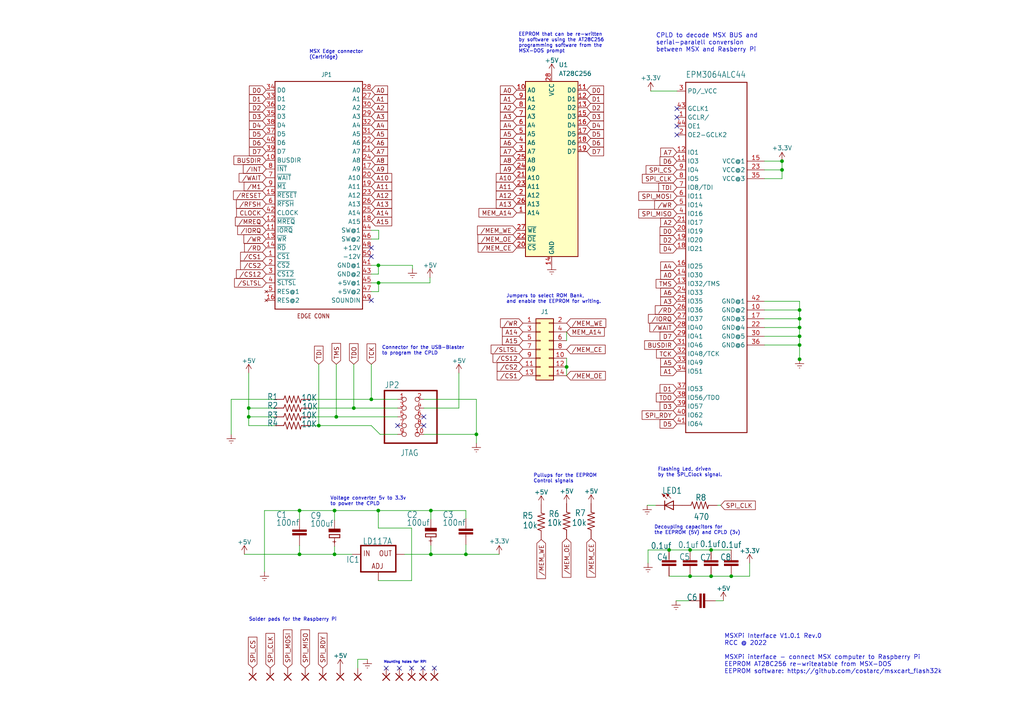
<source format=kicad_sch>
(kicad_sch (version 20211123) (generator eeschema)
  (paper "A4")
  (title_block (title "MSXPi") (date "2022-11-17") (rev "1.0.1") (company "RCC") (comment 1 "Interface to connect MSX computers to Raspberry Pi"))
  (lib_symbols
    (symbol "Connector_Generic:Conn_02x07_Odd_Even" (pin_names (offset 1.016) hide)
      (property "Reference" "J" (at 1.27 10.16 0))
      (property "Value" "Conn_02x07_Odd_Even" (at 1.27 -10.16 0))
      (symbol "Conn_02x07_Odd_Even_1_1"
        (pin passive line (at -5.08 7.62 0) (length 3.81) (name "Pin_1") (number "1"))
        (pin passive line (at 7.62 -2.54 180) (length 3.81) (name "Pin_10") (number "10"))
        (pin passive line (at -5.08 -5.08 0) (length 3.81) (name "Pin_11") (number "11"))
        (pin passive line (at 7.62 -5.08 180) (length 3.81) (name "Pin_12") (number "12"))
        (pin passive line (at -5.08 -7.62 0) (length 3.81) (name "Pin_13") (number "13"))
        (pin passive line (at 7.62 -7.62 180) (length 3.81) (name "Pin_14") (number "14"))
        (pin passive line (at 7.62 7.62 180) (length 3.81) (name "Pin_2") (number "2"))
        (pin passive line (at -5.08 5.08 0) (length 3.81) (name "Pin_3") (number "3"))
        (pin passive line (at 7.62 5.08 180) (length 3.81) (name "Pin_4") (number "4"))
        (pin passive line (at -5.08 2.54 0) (length 3.81) (name "Pin_5") (number "5"))
        (pin passive line (at 7.62 2.54 180) (length 3.81) (name "Pin_6") (number "6"))
        (pin passive line (at -5.08 0 0) (length 3.81) (name "Pin_7") (number "7"))
        (pin passive line (at 7.62 0 180) (length 3.81) (name "Pin_8") (number "8"))
        (pin passive line (at -5.08 -2.54 0) (length 3.81) (name "Pin_9") (number "9"))
      )
    )
    (symbol "Memory_EEPROM:28C256"
      (property "Reference" "U" (at -7.62 26.67 0))
      (property "Value" "28C256" (at 2.54 -26.67 0))
      (symbol "28C256_1_1"
        (pin input line (at -10.16 -12.7 0) (length 2.54) (name "A14") (number "1"))
        (pin input line (at -10.16 22.86 0) (length 2.54) (name "A0") (number "10"))
        (pin tri_state line (at 10.16 22.86 180) (length 2.54) (name "D0") (number "11"))
        (pin tri_state line (at 10.16 20.32 180) (length 2.54) (name "D1") (number "12"))
        (pin tri_state line (at 10.16 17.78 180) (length 2.54) (name "D2") (number "13"))
        (pin power_in line (at 0 -27.94 90) (length 2.54) (name "GND") (number "14"))
        (pin tri_state line (at 10.16 15.24 180) (length 2.54) (name "D3") (number "15"))
        (pin tri_state line (at 10.16 12.7 180) (length 2.54) (name "D4") (number "16"))
        (pin tri_state line (at 10.16 10.16 180) (length 2.54) (name "D5") (number "17"))
        (pin tri_state line (at 10.16 7.62 180) (length 2.54) (name "D6") (number "18"))
        (pin tri_state line (at 10.16 5.08 180) (length 2.54) (name "D7") (number "19"))
        (pin input line (at -10.16 -7.62 0) (length 2.54) (name "A12") (number "2"))
        (pin input line (at -10.16 -22.86 0) (length 2.54) (name "~{CS}") (number "20"))
        (pin input line (at -10.16 -2.54 0) (length 2.54) (name "A10") (number "21"))
        (pin input line (at -10.16 -20.32 0) (length 2.54) (name "~{OE}") (number "22"))
        (pin input line (at -10.16 -5.08 0) (length 2.54) (name "A11") (number "23"))
        (pin input line (at -10.16 0 0) (length 2.54) (name "A9") (number "24"))
        (pin input line (at -10.16 2.54 0) (length 2.54) (name "A8") (number "25"))
        (pin input line (at -10.16 -10.16 0) (length 2.54) (name "A13") (number "26"))
        (pin input line (at -10.16 -17.78 0) (length 2.54) (name "~{WE}") (number "27"))
        (pin power_in line (at 0 27.94 270) (length 2.54) (name "VCC") (number "28"))
        (pin input line (at -10.16 5.08 0) (length 2.54) (name "A7") (number "3"))
        (pin input line (at -10.16 7.62 0) (length 2.54) (name "A6") (number "4"))
        (pin input line (at -10.16 10.16 0) (length 2.54) (name "A5") (number "5"))
        (pin input line (at -10.16 12.7 0) (length 2.54) (name "A4") (number "6"))
        (pin input line (at -10.16 15.24 0) (length 2.54) (name "A3") (number "7"))
        (pin input line (at -10.16 17.78 0) (length 2.54) (name "A2") (number "8"))
        (pin input line (at -10.16 20.32 0) (length 2.54) (name "A1") (number "9"))
      )
    )
    (symbol "msxpi-eagle-import:2,15{slash}1,0"
      (property "Reference" "PAD" (at -1.143 1.8542 0))
      (property "Value" "2,15{slash}1,0" (at -1.143 -3.302 0))
      (symbol "2,15{slash}1,0_1_0"
        (pin passive line (at 2.54 0 180) (length 2.54) (name "P") (number "1"))
      )
    )
    (symbol "msxpi-eagle-import:C2,5-3"
      (property "Reference" "C" (at 1.524 0.381 0))
      (property "Value" "C2,5-3" (at 1.524 -4.699 0))
      (symbol "C2,5-3_1_0"
        (pin passive line (at 0 2.54 270) (length 2.54) (name "1") (number "1"))
        (pin passive line (at 0 -5.08 90) (length 2.54) (name "2") (number "2"))
      )
    )
    (symbol "msxpi-eagle-import:CPOL-EUE2.5-5"
      (property "Reference" "C" (at 1.143 0.4826 0))
      (property "Value" "CPOL-EUE2.5-5" (at 1.143 -4.5974 0))
      (symbol "CPOL-EUE2.5-5_1_0"
        (text "+" (at -0.5842 0.4064 900) (effects (font (size 1.27 1.0795)) (justify left bottom)))
        (pin passive line (at 0 2.54 270) (length 2.54) (name "+") (number "+"))
        (pin passive line (at 0 -5.08 90) (length 2.54) (name "-") (number "-"))
      )
    )
    (symbol "msxpi-eagle-import:EPM3064S44"
      (property "Reference" "IC" (at -10.16 52.07 0))
      (property "Value" "EPM3064S44" (at -10.16 -53.34 0))
      (symbol "EPM3064S44_1_0"
        (pin input line (at -12.7 40.64 0) (length 2.54) (name "GCLR/") (number "1"))
        (pin bidirectional line (at 12.7 -15.24 180) (length 5.08) (name "GND@2") (number "10"))
        (pin bidirectional line (at -12.7 27.94 0) (length 2.54) (name "IO3") (number "11"))
        (pin bidirectional line (at -12.7 30.48 0) (length 2.54) (name "IO1") (number "12"))
        (pin bidirectional line (at -12.7 -7.62 0) (length 2.54) (name "IO32/TMS") (number "13"))
        (pin bidirectional line (at -12.7 -5.08 0) (length 2.54) (name "IO30") (number "14"))
        (pin bidirectional line (at 12.7 27.94 180) (length 5.08) (name "VCC@1") (number "15"))
        (pin bidirectional line (at -12.7 -2.54 0) (length 2.54) (name "IO25") (number "16"))
        (pin bidirectional line (at 12.7 -17.78 180) (length 5.08) (name "GND@3") (number "17"))
        (pin bidirectional line (at -12.7 2.54 0) (length 2.54) (name "IO21") (number "18"))
        (pin bidirectional line (at -12.7 5.08 0) (length 2.54) (name "IO20") (number "19"))
        (pin input line (at -12.7 35.56 0) (length 2.54) (name "OE2-GCLK2") (number "2"))
        (pin bidirectional line (at -12.7 7.62 0) (length 2.54) (name "IO19") (number "20"))
        (pin bidirectional line (at -12.7 10.16 0) (length 2.54) (name "IO17") (number "21"))
        (pin bidirectional line (at 12.7 -20.32 180) (length 5.08) (name "GND@4") (number "22"))
        (pin bidirectional line (at 12.7 25.4 180) (length 5.08) (name "VCC@2") (number "23"))
        (pin bidirectional line (at -12.7 -10.16 0) (length 2.54) (name "IO33") (number "24"))
        (pin bidirectional line (at -12.7 -12.7 0) (length 2.54) (name "IO35") (number "25"))
        (pin bidirectional line (at -12.7 -15.24 0) (length 2.54) (name "IO36") (number "26"))
        (pin bidirectional line (at -12.7 -17.78 0) (length 2.54) (name "IO37") (number "27"))
        (pin bidirectional line (at -12.7 -20.32 0) (length 2.54) (name "IO40") (number "28"))
        (pin bidirectional line (at -12.7 -22.86 0) (length 2.54) (name "IO41") (number "29"))
        (pin passive line (at -12.7 48.26 0) (length 2.54) (name "PD/_VCC") (number "3"))
        (pin bidirectional line (at 12.7 -22.86 180) (length 5.08) (name "GND@5") (number "30"))
        (pin bidirectional line (at -12.7 -25.4 0) (length 2.54) (name "IO46") (number "31"))
        (pin bidirectional line (at -12.7 -27.94 0) (length 2.54) (name "IO48/TCK") (number "32"))
        (pin bidirectional line (at -12.7 -30.48 0) (length 2.54) (name "IO49") (number "33"))
        (pin bidirectional line (at -12.7 -33.02 0) (length 2.54) (name "IO51") (number "34"))
        (pin bidirectional line (at 12.7 22.86 180) (length 5.08) (name "VCC@3") (number "35"))
        (pin bidirectional line (at 12.7 -25.4 180) (length 5.08) (name "GND@6") (number "36"))
        (pin bidirectional line (at -12.7 -38.1 0) (length 2.54) (name "IO53") (number "37"))
        (pin bidirectional line (at -12.7 -40.64 0) (length 2.54) (name "IO56/TDO") (number "38"))
        (pin bidirectional line (at -12.7 -43.18 0) (length 2.54) (name "IO57") (number "39"))
        (pin bidirectional line (at -12.7 12.7 0) (length 2.54) (name "IO16") (number "4"))
        (pin bidirectional line (at -12.7 -45.72 0) (length 2.54) (name "IO62") (number "40"))
        (pin bidirectional line (at -12.7 -48.26 0) (length 2.54) (name "IO64") (number "41"))
        (pin bidirectional line (at 12.7 -12.7 180) (length 5.08) (name "GND@1") (number "42"))
        (pin input line (at -12.7 43.18 0) (length 2.54) (name "GCLK1") (number "43"))
        (pin input line (at -12.7 38.1 0) (length 2.54) (name "OE1") (number "44"))
        (pin bidirectional line (at -12.7 15.24 0) (length 2.54) (name "IO14") (number "5"))
        (pin bidirectional line (at -12.7 17.78 0) (length 2.54) (name "IO11") (number "6"))
        (pin bidirectional line (at -12.7 20.32 0) (length 2.54) (name "IO8/TDI") (number "7"))
        (pin bidirectional line (at -12.7 22.86 0) (length 2.54) (name "IO5") (number "8"))
        (pin bidirectional line (at -12.7 25.4 0) (length 2.54) (name "IO4") (number "9"))
      )
    )
    (symbol "msxpi-eagle-import:LD117A?V"
      (property "Reference" "IC" (at 2.54 -7.62 0))
      (property "Value" "LD117A?V" (at 2.54 -10.16 0))
      (symbol "LD117A?V_1_0"
        (text "ADJ" (at -2.032 -4.318 0) (effects (font (size 1.524 1.2954)) (justify left bottom)))
        (text "IN" (at -4.445 -0.635 0) (effects (font (size 1.524 1.2954)) (justify left bottom)))
        (text "OUT" (at 0.127 -0.635 0) (effects (font (size 1.524 1.2954)) (justify left bottom)))
        (pin input line (at 0 -7.62 90) (length 2.54) (name "ADJ") (number "1"))
        (pin passive line (at 7.62 0 180) (length 2.54) (name "OUT") (number "2"))
        (pin input line (at -7.62 0 0) (length 2.54) (name "IN") (number "3"))
      )
    )
    (symbol "msxpi-eagle-import:LED3MM"
      (property "Reference" "LED" (at 3.556 -4.572 90))
      (property "Value" "LED3MM" (at 5.715 -4.572 90))
      (symbol "LED3MM_1_0"
        (pin passive line (at 0 2.54 270) (length 2.54) (name "A") (number "A"))
        (pin passive line (at 0 -5.08 90) (length 2.54) (name "C") (number "K"))
      )
    )
    (symbol "msxpi-eagle-import:MSXCART1"
      (property "Reference" "JP" (at -3.81 34.29 0))
      (symbol "MSXCART1_1_0"
        (text "EDGE CONN" (at 6.35 -34.29 0) (effects (font (size 1.27 1.0795)) (justify right top)))
        (pin output line (at 15.24 -17.78 180) (length 2.54) (name "~{CS1}") (number "1"))
        (pin input line (at 15.24 10.16 180) (length 2.54) (name "BUSDIR") (number "10"))
        (pin output line (at 15.24 -10.16 180) (length 2.54) (name "~{IORQ}") (number "11"))
        (pin output line (at 15.24 -7.62 180) (length 2.54) (name "~{MREQ}") (number "12"))
        (pin output line (at 15.24 -12.7 180) (length 2.54) (name "~{WR}") (number "13"))
        (pin output line (at 15.24 -15.24 180) (length 2.54) (name "~{RD}") (number "14"))
        (pin output line (at 15.24 0 180) (length 2.54) (name "~{RESET}") (number "15"))
        (pin no_connect line (at 15.24 -30.48 180) (length 2.54) (name "RES@2") (number "16"))
        (pin output line (at -15.24 7.62 0) (length 2.54) (name "A9") (number "17"))
        (pin output line (at -15.24 -7.62 0) (length 2.54) (name "A15") (number "18"))
        (pin output line (at -15.24 2.54 0) (length 2.54) (name "A11") (number "19"))
        (pin output line (at 15.24 -20.32 180) (length 2.54) (name "~{CS2}") (number "2"))
        (pin output line (at -15.24 5.08 0) (length 2.54) (name "A10") (number "20"))
        (pin output line (at -15.24 12.7 0) (length 2.54) (name "A7") (number "21"))
        (pin output line (at -15.24 15.24 0) (length 2.54) (name "A6") (number "22"))
        (pin output line (at -15.24 0 0) (length 2.54) (name "A12") (number "23"))
        (pin output line (at -15.24 10.16 0) (length 2.54) (name "A8") (number "24"))
        (pin output line (at -15.24 -5.08 0) (length 2.54) (name "A14") (number "25"))
        (pin output line (at -15.24 -2.54 0) (length 2.54) (name "A13") (number "26"))
        (pin output line (at -15.24 27.94 0) (length 2.54) (name "A1") (number "27"))
        (pin output line (at -15.24 30.48 0) (length 2.54) (name "A0") (number "28"))
        (pin output line (at -15.24 22.86 0) (length 2.54) (name "A3") (number "29"))
        (pin output line (at 15.24 -22.86 180) (length 2.54) (name "~{CS12}") (number "3"))
        (pin output line (at -15.24 25.4 0) (length 2.54) (name "A2") (number "30"))
        (pin output line (at -15.24 17.78 0) (length 2.54) (name "A5") (number "31"))
        (pin output line (at -15.24 20.32 0) (length 2.54) (name "A4") (number "32"))
        (pin bidirectional line (at 15.24 27.94 180) (length 2.54) (name "D1") (number "33"))
        (pin bidirectional line (at 15.24 30.48 180) (length 2.54) (name "D0") (number "34"))
        (pin bidirectional line (at 15.24 22.86 180) (length 2.54) (name "D3") (number "35"))
        (pin bidirectional line (at 15.24 25.4 180) (length 2.54) (name "D2") (number "36"))
        (pin bidirectional line (at 15.24 17.78 180) (length 2.54) (name "D5") (number "37"))
        (pin bidirectional line (at 15.24 20.32 180) (length 2.54) (name "D4") (number "38"))
        (pin bidirectional line (at 15.24 12.7 180) (length 2.54) (name "D7") (number "39"))
        (pin output line (at 15.24 -25.4 180) (length 2.54) (name "~{SLTSL}") (number "4"))
        (pin bidirectional line (at 15.24 15.24 180) (length 2.54) (name "D6") (number "40"))
        (pin power_in line (at -15.24 -20.32 0) (length 2.54) (name "GND@1") (number "41"))
        (pin output line (at 15.24 -5.08 180) (length 2.54) (name "CLOCK") (number "42"))
        (pin power_in line (at -15.24 -22.86 0) (length 2.54) (name "GND@2") (number "43"))
        (pin passive line (at -15.24 -10.16 0) (length 2.54) (name "SW@1") (number "44"))
        (pin power_in line (at -15.24 -25.4 0) (length 2.54) (name "+5V@1") (number "45"))
        (pin passive line (at -15.24 -12.7 0) (length 2.54) (name "SW@2") (number "46"))
        (pin power_in line (at -15.24 -27.94 0) (length 2.54) (name "+5V@2") (number "47"))
        (pin power_in line (at -15.24 -15.24 0) (length 2.54) (name "+12V") (number "48"))
        (pin passive line (at -15.24 -30.48 0) (length 2.54) (name "SOUNDIN") (number "49"))
        (pin no_connect line (at 15.24 -27.94 180) (length 2.54) (name "RES@1") (number "5"))
        (pin power_in line (at -15.24 -17.78 0) (length 2.54) (name "-12V") (number "50"))
        (pin output line (at 15.24 -2.54 180) (length 2.54) (name "~{RFSH}") (number "6"))
        (pin open_collector line (at 15.24 5.08 180) (length 2.54) (name "~{WAIT}") (number "7"))
        (pin open_collector line (at 15.24 7.62 180) (length 2.54) (name "~{INT}") (number "8"))
        (pin output line (at 15.24 2.54 180) (length 2.54) (name "~{M1}") (number "9"))
      )
    )
    (symbol "msxpi-eagle-import:PINHD-2X5{slash}90"
      (property "Reference" "JP" (at -6.35 8.255 0))
      (property "Value" "PINHD-2X5{slash}90" (at -6.35 -10.16 0))
      (symbol "PINHD-2X5{slash}90_1_0"
        (pin passive inverted (at -2.54 5.08 0) (length 2.54) (name "1") (number "1"))
        (pin passive inverted (at 5.08 -5.08 180) (length 2.54) (name "10") (number "10"))
        (pin passive inverted (at 5.08 5.08 180) (length 2.54) (name "2") (number "2"))
        (pin passive inverted (at -2.54 2.54 0) (length 2.54) (name "3") (number "3"))
        (pin passive inverted (at 5.08 2.54 180) (length 2.54) (name "4") (number "4"))
        (pin passive inverted (at -2.54 0 0) (length 2.54) (name "5") (number "5"))
        (pin passive inverted (at 5.08 0 180) (length 2.54) (name "6") (number "6"))
        (pin passive inverted (at -2.54 -2.54 0) (length 2.54) (name "7") (number "7"))
        (pin passive inverted (at 5.08 -2.54 180) (length 2.54) (name "8") (number "8"))
        (pin passive inverted (at -2.54 -5.08 0) (length 2.54) (name "9") (number "9"))
      )
    )
    (symbol "msxpi-eagle-import:R-US_0207{slash}7"
      (property "Reference" "R" (at -3.81 1.4986 0))
      (property "Value" "R-US_0207{slash}7" (at -3.81 -3.302 0))
      (symbol "R-US_0207{slash}7_1_0"
        (pin passive line (at -5.08 0 0) (length 2.54) (name "1") (number "1"))
        (pin passive line (at 5.08 0 180) (length 2.54) (name "2") (number "2"))
      )
    )
    (symbol "power:+3.3V" (power) (pin_names (offset 0))
      (property "Value" "+3.3V" (at 0 3.556 0))
      (symbol "+3.3V_1_1"
        (pin power_in line (at 0 0 90) (length 0) hide (name "+3.3V") (number "1"))
      )
    )
    (symbol "power:+5V" (power) (pin_names (offset 0))
      (property "Value" "+5V" (at 0 3.556 0))
      (symbol "+5V_1_1"
        (pin power_in line (at 0 0 90) (length 0) hide (name "+5V") (number "1"))
      )
    )
    (symbol "power:GNDREF" (power) (pin_names (offset 0))
      (property "Value" "GNDREF" (at 0 -3.81 0))
      (symbol "GNDREF_1_1"
        (pin power_in line (at 0 0 270) (length 0) hide (name "GNDREF") (number "1"))
      )
    )
  )
  (junction (at 109.7969 82.042))
  (junction (at 109.7518 76.962))
  (junction (at 92.456 123.444))
  (junction (at 231.902 97.536))
  (junction (at 206.248 159.512))
  (junction (at 231.9019 104.1982))
  (junction (at 164.338 106.426))
  (junction (at 97.028 160.782))
  (junction (at 135.128 160.782))
  (junction (at 97.536 120.904))
  (junction (at 226.822 49.276))
  (junction (at 124.968 148.082))
  (junction (at 200.152 159.512))
  (junction (at 86.868 160.782))
  (junction (at 226.8081 46.736))
  (junction (at 231.902 89.916))
  (junction (at 200.152 167.132))
  (junction (at 231.902 92.456))
  (junction (at 138.176 125.984))
  (junction (at 72.136 118.364))
  (junction (at 72.136 120.904))
  (junction (at 194.056 159.512))
  (junction (at 107.696 115.824))
  (junction (at 102.616 118.364))
  (junction (at 206.248 167.132))
  (junction (at 231.902 94.996))
  (junction (at 124.968 160.782))
  (junction (at 86.868 148.082))
  (junction (at 109.728 148.082))
  (junction (at 231.902 100.076))
  (junction (at 212.09 167.132))
  (junction (at 97.028 148.082))
  (no_connect (at 196.342 39.116))
  (no_connect (at 196.342 36.576))
  (no_connect (at 196.342 34.036))
  (no_connect (at 196.342 31.496))
  (no_connect (at 112.014 193.802))
  (no_connect (at 107.696 87.122))
  (no_connect (at 107.696 74.422))
  (no_connect (at 107.696 71.882))
  (no_connect (at 122.936 120.904))
  (no_connect (at 122.936 123.444))
  (no_connect (at 115.316 123.444))
  (no_connect (at 119.38 193.802))
  (no_connect (at 122.682 193.802))
  (no_connect (at 115.824 193.802))
  (no_connect (at 125.984 193.802))
  (wire (pts (xy 109.7969 82.042) (xy 124.714 82.042)))
  (wire (pts (xy 76.708 148.082) (xy 76.708 165.862)))
  (wire (pts (xy 72.136 123.444) (xy 72.136 120.904)))
  (wire (pts (xy 119.38 168.402) (xy 109.728 168.402)))
  (wire (pts (xy 122.936 125.984) (xy 138.176 125.984)))
  (wire (pts (xy 231.902 100.076) (xy 231.902 104.1982)))
  (wire (pts (xy 124.968 150.622) (xy 124.968 148.082)))
  (wire (pts (xy 79.756 120.904) (xy 72.136 120.904)))
  (wire (pts (xy 221.742 89.916) (xy 231.902 89.916)))
  (wire (pts (xy 122.936 118.364) (xy 133.096 118.364)))
  (wire (pts (xy 107.696 123.444) (xy 92.456 123.444)))
  (wire (pts (xy 109.728 148.082) (xy 109.728 153.162)))
  (wire (pts (xy 124.968 160.782) (xy 135.128 160.782)))
  (wire (pts (xy 107.696 79.502) (xy 109.7518 79.502)))
  (wire (pts (xy 103.7649 193.7523) (xy 103.7649 191.2123)))
  (wire (pts (xy 200.152 167.132) (xy 206.248 167.132)))
  (wire (pts (xy 221.742 100.076) (xy 231.902 100.076)))
  (wire (pts (xy 190.246 146.558) (xy 187.706 146.558)))
  (wire (pts (xy 97.028 158.496) (xy 97.028 160.782)))
  (wire (pts (xy 86.868 150.622) (xy 86.868 148.082)))
  (wire (pts (xy 221.742 94.996) (xy 231.902 94.996)))
  (wire (pts (xy 107.696 115.824) (xy 89.916 115.824)))
  (wire (pts (xy 97.536 120.904) (xy 97.536 105.664)))
  (wire (pts (xy 138.176 115.824) (xy 138.176 125.984)))
  (wire (pts (xy 206.248 167.132) (xy 212.09 167.132)))
  (wire (pts (xy 72.136 120.904) (xy 72.136 118.364)))
  (wire (pts (xy 86.868 158.242) (xy 86.868 160.782)))
  (wire (pts (xy 164.338 96.266) (xy 164.338 98.806)))
  (wire (pts (xy 92.456 123.444) (xy 89.916 123.444)))
  (wire (pts (xy 79.756 118.364) (xy 72.136 118.364)))
  (wire (pts (xy 135.128 150.368) (xy 135.128 148.082)))
  (wire (pts (xy 124.714 82.042) (xy 124.714 80.518)))
  (wire (pts (xy 97.536 120.904) (xy 89.916 120.904)))
  (wire (pts (xy 109.7518 76.962) (xy 119.634 76.962)))
  (wire (pts (xy 138.176 125.984) (xy 138.176 128.524)))
  (wire (pts (xy 231.902 87.376) (xy 231.902 89.916)))
  (wire (pts (xy 102.616 118.364) (xy 89.916 118.364)))
  (wire (pts (xy 133.096 118.364) (xy 133.096 108.204)))
  (wire (pts (xy 67.056 115.824) (xy 67.056 125.984)))
  (wire (pts (xy 119.634 76.962) (xy 119.634 77.978)))
  (wire (pts (xy 117.348 160.782) (xy 124.968 160.782)))
  (wire (pts (xy 206.248 159.512) (xy 212.09 159.512)))
  (wire (pts (xy 79.756 123.444) (xy 72.136 123.444)))
  (wire (pts (xy 135.128 157.988) (xy 135.128 160.782)))
  (wire (pts (xy 109.7969 84.582) (xy 109.7969 82.042)))
  (wire (pts (xy 102.616 118.364) (xy 102.616 105.664)))
  (wire (pts (xy 107.696 115.824) (xy 107.696 105.664)))
  (wire (pts (xy 187.96 163.322) (xy 187.96 159.512)))
  (wire (pts (xy 135.128 160.782) (xy 144.78 160.782)))
  (wire (pts (xy 196.342 26.416) (xy 188.722 26.416)))
  (wire (pts (xy 107.696 76.962) (xy 109.7518 76.962)))
  (wire (pts (xy 86.868 160.782) (xy 97.028 160.782)))
  (wire (pts (xy 107.696 84.582) (xy 109.7969 84.582)))
  (wire (pts (xy 97.028 160.782) (xy 102.108 160.782)))
  (wire (pts (xy 115.316 120.904) (xy 97.536 120.904)))
  (wire (pts (xy 221.742 49.276) (xy 226.822 49.276)))
  (wire (pts (xy 119.38 153.162) (xy 119.38 168.402)))
  (wire (pts (xy 217.424 167.132) (xy 217.424 163.322)))
  (wire (pts (xy 200.152 159.512) (xy 206.248 159.512)))
  (wire (pts (xy 109.8424 66.802) (xy 109.8424 69.342)))
  (wire (pts (xy 124.968 148.082) (xy 109.728 148.082)))
  (wire (pts (xy 97.028 150.876) (xy 97.028 148.082)))
  (wire (pts (xy 212.09 167.132) (xy 217.424 167.132)))
  (wire (pts (xy 109.7518 79.502) (xy 109.7518 76.962)))
  (wire (pts (xy 115.316 125.984) (xy 110.236 125.984)))
  (wire (pts (xy 92.456 123.444) (xy 92.456 105.664)))
  (wire (pts (xy 226.8081 46.736) (xy 221.742 46.736)))
  (wire (pts (xy 107.696 66.802) (xy 109.8424 66.802)))
  (wire (pts (xy 107.696 82.042) (xy 109.7969 82.042)))
  (wire (pts (xy 124.968 158.242) (xy 124.968 160.782)))
  (wire (pts (xy 109.728 153.162) (xy 119.38 153.162)))
  (wire (pts (xy 164.338 106.426) (xy 164.338 108.966)))
  (wire (pts (xy 226.822 46.736) (xy 226.8081 46.736)))
  (wire (pts (xy 208.026 146.558) (xy 209.042 146.558)))
  (wire (pts (xy 122.936 115.824) (xy 138.176 115.824)))
  (wire (pts (xy 231.902 97.536) (xy 231.902 100.076)))
  (wire (pts (xy 70.866 160.782) (xy 86.868 160.782)))
  (wire (pts (xy 115.316 115.824) (xy 107.696 115.824)))
  (wire (pts (xy 164.338 103.886) (xy 164.338 106.426)))
  (wire (pts (xy 226.822 51.816) (xy 226.822 49.276)))
  (wire (pts (xy 72.136 118.364) (xy 72.136 108.204)))
  (wire (pts (xy 86.868 148.082) (xy 97.028 148.082)))
  (wire (pts (xy 221.742 97.536) (xy 231.902 97.536)))
  (wire (pts (xy 97.028 148.082) (xy 109.728 148.082)))
  (wire (pts (xy 221.742 87.376) (xy 231.902 87.376)))
  (wire (pts (xy 221.742 92.456) (xy 231.902 92.456)))
  (wire (pts (xy 109.8424 69.342) (xy 107.696 69.342)))
  (wire (pts (xy 231.902 94.996) (xy 231.902 97.536)))
  (wire (pts (xy 207.518 174.244) (xy 209.804 174.244)))
  (wire (pts (xy 196.088 174.244) (xy 199.898 174.244)))
  (wire (pts (xy 231.902 92.456) (xy 231.902 94.996)))
  (wire (pts (xy 231.902 104.1982) (xy 231.9019 104.1982)))
  (wire (pts (xy 221.742 51.816) (xy 226.822 51.816)))
  (wire (pts (xy 135.128 148.082) (xy 124.968 148.082)))
  (wire (pts (xy 194.056 167.132) (xy 200.152 167.132)))
  (wire (pts (xy 79.756 115.824) (xy 67.056 115.824)))
  (wire (pts (xy 226.822 49.276) (xy 226.822 46.736)))
  (wire (pts (xy 110.236 125.984) (xy 107.696 123.444)))
  (wire (pts (xy 86.868 148.082) (xy 76.708 148.082)))
  (wire (pts (xy 103.7649 191.2123) (xy 106.5589 191.2123)))
  (wire (pts (xy 115.316 118.364) (xy 102.616 118.364)))
  (wire (pts (xy 187.96 159.512) (xy 194.056 159.512)))
  (wire (pts (xy 231.902 89.916) (xy 231.902 92.456)))
  (wire (pts (xy 194.056 159.512) (xy 200.152 159.512)))
  (text "Decoupling capacitors for\nthe EEPROM (5V) and CPLD (3v)" (at 189.738 155.194 0) (effects (font (size 1 1)) (justify left bottom)))
  (text "Flashing Led, driven \nby the SPI_Clock signal." (at 190.754 138.43 0) (effects (font (size 1 1)) (justify left bottom)))
  (text "Jumpers to select ROM Bank,\nand enable the EEPROM for writing." (at 146.812 88.138 0) (effects (font (size 1 1)) (justify left bottom)))
  (text "EEPROM that can be re-written \nby software using the AT28C256 \nprogramming software from the \nMSX-DOS prompt" (at 150.368 15.494 0) (effects (font (size 1 1)) (justify left bottom)))
  (text "Pullups for the EEPROM\nControl signals" (at 154.686 140.208 0) (effects (font (size 1 1)) (justify left bottom)))
  (text "Solder pads for the Raspberry Pi" (at 72.136 180.34 0) (effects (font (size 1 1)) (justify left bottom)))
  (text "MSXPi Interface V1.0.1 Rev.0\nRCC @ 2022\n\nMSXPi interface - connect MSX computer to Raspberry Pi\nEEPROM AT28C256 re-writeatable from MSX-DOS\nEEPROM software: https://github.com/costarc/msxcart_flash32k\n\n" (at 210.058 197.612 0) (effects (font (size 1.27 1.27)) (justify left bottom)))
  (text "MSX Edge connector\n(Cartridge)" (at 89.662 17.272 0) (effects (font (size 1 1)) (justify left bottom)))
  (text "Connector for the USB-Blaster\nto program the CPLD" (at 110.744 103.124 0) (effects (font (size 1 1)) (justify left bottom)))
  (text "Voltage converter 5v to 3.3v\nto power the CPLD" (at 95.758 146.812 0) (effects (font (size 1 1)) (justify left bottom)))
  (text "Mounting holes for RPI" (at 111.252 192.532 0) (effects (font (size 0.7 0.7)) (justify left bottom)))
  (text "CPLD to decode MSX BUS and\nserial-paralell conversion\nbetween MSX and Rasberry Pi" (at 190.246 15.24 0) (effects (font (size 1.27 1.27)) (justify left bottom)))
  (global_label "SPI_CS" (shape input) (at 196.342 49.276 180) (property "Intersheet References" "${INTERSHEET_REFS}" (effects hide)))
  (global_label "TMS" (shape input) (at 196.342 82.296 180) (property "Intersheet References" "${INTERSHEET_REFS}" (effects hide)))
  (global_label "A11" (shape input) (at 107.696 54.102 0) (property "Intersheet References" "${INTERSHEET_REFS}" (effects hide)))
  (global_label "D6" (shape input) (at 196.342 46.736 180) (property "Intersheet References" "${INTERSHEET_REFS}" (effects hide)))
  (global_label "{slash}RD" (shape input) (at 196.342 89.916 180) (property "Intersheet References" "${INTERSHEET_REFS}" (effects hide)))
  (global_label "A6" (shape input) (at 107.696 41.402 0) (property "Intersheet References" "${INTERSHEET_REFS}" (effects hide)))
  (global_label "D5" (shape input) (at 170.18 38.862 0) (property "Intersheet References" "${INTERSHEET_REFS}" (effects hide)))
  (global_label "D4" (shape input) (at 170.18 36.322 0) (property "Intersheet References" "${INTERSHEET_REFS}" (effects hide)))
  (global_label "{slash}CS1" (shape input) (at 77.216 74.422 180) (property "Intersheet References" "${INTERSHEET_REFS}" (effects hide)))
  (global_label "A0" (shape input) (at 196.342 79.756 180) (property "Intersheet References" "${INTERSHEET_REFS}" (effects hide)))
  (global_label "A2" (shape input) (at 196.342 64.516 180) (property "Intersheet References" "${INTERSHEET_REFS}" (effects hide)))
  (global_label "A8" (shape input) (at 149.86 46.482 180) (property "Intersheet References" "${INTERSHEET_REFS}" (effects hide)))
  (global_label "{slash}WR" (shape input) (at 196.342 59.436 180) (property "Intersheet References" "${INTERSHEET_REFS}" (effects hide)))
  (global_label "D3" (shape input) (at 77.216 33.782 180) (property "Intersheet References" "${INTERSHEET_REFS}" (effects hide)))
  (global_label "A7" (shape input) (at 149.86 43.942 180) (property "Intersheet References" "${INTERSHEET_REFS}" (effects hide)))
  (global_label "D3" (shape input) (at 196.342 117.856 180) (property "Intersheet References" "${INTERSHEET_REFS}" (effects hide)))
  (global_label "D1" (shape input) (at 77.216 28.702 180) (property "Intersheet References" "${INTERSHEET_REFS}" (effects hide)))
  (global_label "SPI_MISO" (shape input) (at 196.342 61.976 180) (property "Intersheet References" "${INTERSHEET_REFS}" (effects hide)))
  (global_label "TDO" (shape input) (at 102.616 105.664 90) (property "Intersheet References" "${INTERSHEET_REFS}" (effects hide)))
  (global_label "SPI_CS" (shape input) (at 73.2849 193.7523 90) (property "Intersheet References" "${INTERSHEET_REFS}" (effects hide)))
  (global_label "D2" (shape input) (at 196.342 69.596 180) (property "Intersheet References" "${INTERSHEET_REFS}" (effects hide)))
  (global_label "A10" (shape input) (at 107.696 51.562 0) (property "Intersheet References" "${INTERSHEET_REFS}" (effects hide)))
  (global_label "{slash}RD" (shape input) (at 77.216 71.882 180) (property "Intersheet References" "${INTERSHEET_REFS}" (effects hide)))
  (global_label "{slash}MEM_OE" (shape input) (at 164.338 108.966 0) (property "Intersheet References" "${INTERSHEET_REFS}" (effects hide)))
  (global_label "A14" (shape input) (at 107.696 61.722 0) (property "Intersheet References" "${INTERSHEET_REFS}" (effects hide)))
  (global_label "{slash}WR" (shape input) (at 77.216 69.342 180) (property "Intersheet References" "${INTERSHEET_REFS}" (effects hide)))
  (global_label "A9" (shape input) (at 107.696 49.022 0) (property "Intersheet References" "${INTERSHEET_REFS}" (effects hide)))
  (global_label "D4" (shape input) (at 196.342 72.136 180) (property "Intersheet References" "${INTERSHEET_REFS}" (effects hide)))
  (global_label "A0" (shape input) (at 149.86 26.162 180) (property "Intersheet References" "${INTERSHEET_REFS}" (effects hide)))
  (global_label "A12" (shape input) (at 107.696 56.642 0) (property "Intersheet References" "${INTERSHEET_REFS}" (effects hide)))
  (global_label "{slash}RESET" (shape input) (at 77.216 56.642 180) (property "Intersheet References" "${INTERSHEET_REFS}" (effects hide)))
  (global_label "D7" (shape input) (at 170.18 43.942 0) (property "Intersheet References" "${INTERSHEET_REFS}" (effects hide)))
  (global_label "A1" (shape input) (at 149.86 28.702 180) (property "Intersheet References" "${INTERSHEET_REFS}" (effects hide)))
  (global_label "TDI" (shape input) (at 196.342 54.356 180) (property "Intersheet References" "${INTERSHEET_REFS}" (effects hide)))
  (global_label "D3" (shape input) (at 170.18 33.782 0) (property "Intersheet References" "${INTERSHEET_REFS}" (effects hide)))
  (global_label "SPI_CLK" (shape input) (at 78.3649 193.7523 90) (property "Intersheet References" "${INTERSHEET_REFS}" (effects hide)))
  (global_label "{slash}CS2" (shape input) (at 77.216 76.962 180) (property "Intersheet References" "${INTERSHEET_REFS}" (effects hide)))
  (global_label "A7" (shape input) (at 196.342 44.196 180) (property "Intersheet References" "${INTERSHEET_REFS}" (effects hide)))
  (global_label "TDI" (shape input) (at 92.456 105.664 90) (property "Intersheet References" "${INTERSHEET_REFS}" (effects hide)))
  (global_label "A3" (shape input) (at 149.86 33.782 180) (property "Intersheet References" "${INTERSHEET_REFS}" (effects hide)))
  (global_label "A8" (shape input) (at 107.696 46.482 0) (property "Intersheet References" "${INTERSHEET_REFS}" (effects hide)))
  (global_label "A0" (shape input) (at 107.696 26.162 0) (property "Intersheet References" "${INTERSHEET_REFS}" (effects hide)))
  (global_label "TCK" (shape input) (at 196.342 102.616 180) (property "Intersheet References" "${INTERSHEET_REFS}" (effects hide)))
  (global_label "{slash}WAIT" (shape input) (at 196.342 94.996 180) (property "Intersheet References" "${INTERSHEET_REFS}" (effects hide)))
  (global_label "D7" (shape input) (at 196.342 97.536 180) (property "Intersheet References" "${INTERSHEET_REFS}" (effects hide)))
  (global_label "A2" (shape input) (at 149.86 31.242 180) (property "Intersheet References" "${INTERSHEET_REFS}" (effects hide)))
  (global_label "D1" (shape input) (at 196.342 112.776 180) (property "Intersheet References" "${INTERSHEET_REFS}" (effects hide)))
  (global_label "A13" (shape input) (at 149.86 59.182 180) (property "Intersheet References" "${INTERSHEET_REFS}" (effects hide)))
  (global_label "A1" (shape input) (at 196.342 107.696 180) (property "Intersheet References" "${INTERSHEET_REFS}" (effects hide)))
  (global_label "A7" (shape input) (at 107.696 43.942 0) (property "Intersheet References" "${INTERSHEET_REFS}" (effects hide)))
  (global_label "SPI_CLK" (shape input) (at 209.042 146.558 0) (property "Intersheet References" "${INTERSHEET_REFS}" (effects hide)))
  (global_label "SPI_RDY" (shape input) (at 93.6049 193.7523 90) (property "Intersheet References" "${INTERSHEET_REFS}" (effects hide)))
  (global_label "D4" (shape input) (at 77.216 36.322 180) (property "Intersheet References" "${INTERSHEET_REFS}" (effects hide)))
  (global_label "D5" (shape input) (at 77.216 38.862 180) (property "Intersheet References" "${INTERSHEET_REFS}" (effects hide)))
  (global_label "{slash}MEM_CE" (shape input) (at 149.86 71.882 180) (property "Intersheet References" "${INTERSHEET_REFS}" (effects hide)))
  (global_label "SPI_MISO" (shape input) (at 88.5249 193.7523 90) (property "Intersheet References" "${INTERSHEET_REFS}" (effects hide)))
  (global_label "SPI_CLK" (shape input) (at 196.342 51.816 180) (property "Intersheet References" "${INTERSHEET_REFS}" (effects hide)))
  (global_label "A10" (shape input) (at 149.86 51.562 180) (property "Intersheet References" "${INTERSHEET_REFS}" (effects hide)))
  (global_label "CLOCK" (shape input) (at 77.216 61.722 180) (property "Intersheet References" "${INTERSHEET_REFS}" (effects hide)))
  (global_label "BUSDIR" (shape input) (at 77.216 46.482 180) (property "Intersheet References" "${INTERSHEET_REFS}" (effects hide)))
  (global_label "{slash}MEM_WE" (shape input) (at 156.972 156.464 270) (property "Intersheet References" "${INTERSHEET_REFS}" (effects hide)))
  (global_label "SPI_MOSI" (shape input) (at 196.342 56.896 180) (property "Intersheet References" "${INTERSHEET_REFS}" (effects hide)))
  (global_label "{slash}CS1" (shape input) (at 151.638 108.966 180) (property "Intersheet References" "${INTERSHEET_REFS}" (effects hide)))
  (global_label "A5" (shape input) (at 149.86 38.862 180) (property "Intersheet References" "${INTERSHEET_REFS}" (effects hide)))
  (global_label "{slash}MEM_WE" (shape input) (at 164.338 93.726 0) (property "Intersheet References" "${INTERSHEET_REFS}" (effects hide)))
  (global_label "SPI_RDY" (shape input) (at 196.342 120.396 180) (property "Intersheet References" "${INTERSHEET_REFS}" (effects hide)))
  (global_label "D2" (shape input) (at 170.18 31.242 0) (property "Intersheet References" "${INTERSHEET_REFS}" (effects hide)))
  (global_label "MEM_A14" (shape input) (at 149.86 61.722 180) (property "Intersheet References" "${INTERSHEET_REFS}" (effects hide)))
  (global_label "TCK" (shape input) (at 107.696 105.664 90) (property "Intersheet References" "${INTERSHEET_REFS}" (effects hide)))
  (global_label "A4" (shape input) (at 107.696 36.322 0) (property "Intersheet References" "${INTERSHEET_REFS}" (effects hide)))
  (global_label "BUSDIR" (shape input) (at 196.342 100.076 180) (property "Intersheet References" "${INTERSHEET_REFS}" (effects hide)))
  (global_label "D0" (shape input) (at 77.216 26.162 180) (property "Intersheet References" "${INTERSHEET_REFS}" (effects hide)))
  (global_label "A15" (shape input) (at 107.696 64.262 0) (property "Intersheet References" "${INTERSHEET_REFS}" (effects hide)))
  (global_label "{slash}MEM_OE" (shape input) (at 164.338 156.21 270) (property "Intersheet References" "${INTERSHEET_REFS}" (effects hide)))
  (global_label "{slash}CS2" (shape input) (at 151.638 106.426 180) (property "Intersheet References" "${INTERSHEET_REFS}" (effects hide)))
  (global_label "{slash}RFSH" (shape input) (at 77.216 59.182 180) (property "Intersheet References" "${INTERSHEET_REFS}" (effects hide)))
  (global_label "{slash}INT" (shape input) (at 77.216 49.022 180) (property "Intersheet References" "${INTERSHEET_REFS}" (effects hide)))
  (global_label "TDO" (shape input) (at 196.342 115.316 180) (property "Intersheet References" "${INTERSHEET_REFS}" (effects hide)))
  (global_label "{slash}MEM_CE" (shape input) (at 171.45 156.21 270) (property "Intersheet References" "${INTERSHEET_REFS}" (effects hide)))
  (global_label "A5" (shape input) (at 107.696 38.862 0) (property "Intersheet References" "${INTERSHEET_REFS}" (effects hide)))
  (global_label "{slash}SLTSL" (shape input) (at 77.216 82.042 180) (property "Intersheet References" "${INTERSHEET_REFS}" (effects hide)))
  (global_label "{slash}WAIT" (shape input) (at 77.216 51.562 180) (property "Intersheet References" "${INTERSHEET_REFS}" (effects hide)))
  (global_label "{slash}MEM_OE" (shape input) (at 149.86 69.342 180) (property "Intersheet References" "${INTERSHEET_REFS}" (effects hide)))
  (global_label "MEM_A14" (shape input) (at 164.338 96.266 0) (property "Intersheet References" "${INTERSHEET_REFS}" (effects hide)))
  (global_label "A4" (shape input) (at 196.342 77.216 180) (property "Intersheet References" "${INTERSHEET_REFS}" (effects hide)))
  (global_label "A6" (shape input) (at 196.342 84.836 180) (property "Intersheet References" "${INTERSHEET_REFS}" (effects hide)))
  (global_label "D6" (shape input) (at 77.216 41.402 180) (property "Intersheet References" "${INTERSHEET_REFS}" (effects hide)))
  (global_label "D1" (shape input) (at 170.18 28.702 0) (property "Intersheet References" "${INTERSHEET_REFS}" (effects hide)))
  (global_label "A1" (shape input) (at 107.696 28.702 0) (property "Intersheet References" "${INTERSHEET_REFS}" (effects hide)))
  (global_label "A13" (shape input) (at 107.696 59.182 0) (property "Intersheet References" "${INTERSHEET_REFS}" (effects hide)))
  (global_label "A15" (shape input) (at 151.638 98.806 180) (property "Intersheet References" "${INTERSHEET_REFS}" (effects hide)))
  (global_label "A11" (shape input) (at 149.86 54.102 180) (property "Intersheet References" "${INTERSHEET_REFS}" (effects hide)))
  (global_label "D0" (shape input) (at 170.18 26.162 0) (property "Intersheet References" "${INTERSHEET_REFS}" (effects hide)))
  (global_label "{slash}IORQ" (shape input) (at 196.342 92.456 180) (property "Intersheet References" "${INTERSHEET_REFS}" (effects hide)))
  (global_label "D2" (shape input) (at 77.216 31.242 180) (property "Intersheet References" "${INTERSHEET_REFS}" (effects hide)))
  (global_label "A4" (shape input) (at 149.86 36.322 180) (property "Intersheet References" "${INTERSHEET_REFS}" (effects hide)))
  (global_label "{slash}SLTSL" (shape input) (at 151.638 101.346 180) (property "Intersheet References" "${INTERSHEET_REFS}" (effects hide)))
  (global_label "A3" (shape input) (at 196.342 87.376 180) (property "Intersheet References" "${INTERSHEET_REFS}" (effects hide)))
  (global_label "D7" (shape input) (at 77.216 43.942 180) (property "Intersheet References" "${INTERSHEET_REFS}" (effects hide)))
  (global_label "SPI_MOSI" (shape input) (at 83.4449 193.7523 90) (property "Intersheet References" "${INTERSHEET_REFS}" (effects hide)))
  (global_label "A6" (shape input) (at 149.86 41.402 180) (property "Intersheet References" "${INTERSHEET_REFS}" (effects hide)))
  (global_label "D6" (shape input) (at 170.18 41.402 0) (property "Intersheet References" "${INTERSHEET_REFS}" (effects hide)))
  (global_label "{slash}CS12" (shape input) (at 151.638 103.886 180) (property "Intersheet References" "${INTERSHEET_REFS}" (effects hide)))
  (global_label "TMS" (shape input) (at 97.536 105.664 90) (property "Intersheet References" "${INTERSHEET_REFS}" (effects hide)))
  (global_label "A12" (shape input) (at 149.86 56.642 180) (property "Intersheet References" "${INTERSHEET_REFS}" (effects hide)))
  (global_label "A3" (shape input) (at 107.696 33.782 0) (property "Intersheet References" "${INTERSHEET_REFS}" (effects hide)))
  (global_label "A2" (shape input) (at 107.696 31.242 0) (property "Intersheet References" "${INTERSHEET_REFS}" (effects hide)))
  (global_label "D0" (shape input) (at 196.342 67.056 180) (property "Intersheet References" "${INTERSHEET_REFS}" (effects hide)))
  (global_label "{slash}IORQ" (shape input) (at 77.216 66.802 180) (property "Intersheet References" "${INTERSHEET_REFS}" (effects hide)))
  (global_label "{slash}MEM_WE" (shape input) (at 149.86 66.802 180) (property "Intersheet References" "${INTERSHEET_REFS}" (effects hide)))
  (global_label "A14" (shape input) (at 151.638 96.266 180) (property "Intersheet References" "${INTERSHEET_REFS}" (effects hide)))
  (global_label "A9" (shape input) (at 149.86 49.022 180) (property "Intersheet References" "${INTERSHEET_REFS}" (effects hide)))
  (global_label "{slash}M1" (shape input) (at 77.216 54.102 180) (property "Intersheet References" "${INTERSHEET_REFS}" (effects hide)))
  (global_label "{slash}CS12" (shape input) (at 77.216 79.502 180) (property "Intersheet References" "${INTERSHEET_REFS}" (effects hide)))
  (global_label "{slash}WR" (shape input) (at 151.638 93.726 180) (property "Intersheet References" "${INTERSHEET_REFS}" (effects hide)))
  (global_label "{slash}MEM_CE" (shape input) (at 164.338 101.346 0) (property "Intersheet References" "${INTERSHEET_REFS}" (effects hide)))
  (global_label "{slash}MREQ" (shape input) (at 77.216 64.262 180) (property "Intersheet References" "${INTERSHEET_REFS}" (effects hide)))
  (global_label "A5" (shape input) (at 196.342 105.156 180) (property "Intersheet References" "${INTERSHEET_REFS}" (effects hide)))
  (global_label "D5" (shape input) (at 196.342 122.936 180) (property "Intersheet References" "${INTERSHEET_REFS}" (effects hide)))
  (symbol (lib_id "msxpi-eagle-import:LED3MM") (at 195.326 146.558 270) (unit 1)
    (property "Reference" "LED1" (at 192.024 143.256 90) (effects (font (size 1.778 1.5113)) (justify left bottom)))
    (property "Value" "LED3MM" (effects hide))
    (property "Footprint" "msxpi:LED3MM" (effects hide))
  )
  (symbol (lib_id "msxpi-eagle-import:R-US_0207{slash}7") (at 202.946 146.558 0) (unit 1)
    (property "Reference" "R8" (at 201.676 145.288 0) (effects (font (size 1.778 1.5113)) (justify left bottom)))
    (property "Value" "470" (at 201.168 150.876 0) (effects (font (size 1.778 1.5113)) (justify left bottom)))
    (property "Footprint" "msxpi:0207_7" (effects hide))
  )
  (symbol (lib_id "power:+5V") (at 156.972 146.304 0) (unit 1)
    (property "Reference" "#PWR012" (effects hide))
    (property "Value" "+5V" (at 156.972 142.748 0))
  )
  (symbol (lib_id "msxpi-eagle-import:C2,5-3") (at 86.868 155.702 180) (unit 1)
    (property "Reference" "C1" (at 83.312 148.336 0) (effects (font (size 1.778 1.5113)) (justify left bottom)))
    (property "Value" "100nf" (at 86.868 150.622 0) (effects (font (size 1.778 1.5113)) (justify left bottom)))
    (property "Footprint" "msxpi:C2.5-3" (effects hide))
  )
  (symbol (lib_id "power:+3.3V") (at 226.8081 46.736 0) (unit 1)
    (property "Reference" "#PWR0101" (effects hide))
    (property "Value" "+3.3V" (at 226.8081 42.926 0))
  )
  (symbol (lib_id "power:GNDREF") (at 76.708 165.862 0) (unit 1)
    (property "Reference" "#PWR04" (effects hide))
    (property "Value" "GNDREF" (effects hide))
  )
  (symbol (lib_id "Memory_EEPROM:28C256") (at 160.02 49.022 0) (unit 1)
    (property "Reference" "U1" (at 162.0394 18.796 0) (effects (justify left)))
    (property "Value" "AT28C256" (at 162.0394 21.336 0) (effects (justify left)))
    (property "Footprint" "Package_DIP:DIP-28_W15.24mm" (effects hide))
    (property "Datasheet" "http://ww1.microchip.com/downloads/en/DeviceDoc/doc0006.pdf" (effects hide))
  )
  (symbol (lib_id "power:+3.3V") (at 217.424 163.322 0) (unit 1)
    (property "Reference" "#PWR022" (effects hide))
    (property "Value" "+3.3V" (at 217.424 159.766 0))
  )
  (symbol (lib_id "power:+5V") (at 164.338 146.05 0) (unit 1)
    (property "Reference" "#PWR015" (effects hide))
    (property "Value" "+5V" (at 164.338 142.494 0))
  )
  (symbol (lib_id "msxpi-eagle-import:2,15{slash}1,0") (at 125.984 196.342 90) (unit 1)
    (property "Reference" "MOUNTHOLE5" (effects hide))
    (property "Value" "2,15{slash}1,0" (effects hide))
    (property "Footprint" "msxpi:2,15_1,0" (effects hide))
  )
  (symbol (lib_id "power:+3.3V") (at 144.78 160.782 0) (unit 1)
    (property "Reference" "#PWR011" (effects hide))
    (property "Value" "+3.3V" (at 144.78 156.972 0))
  )
  (symbol (lib_id "msxpi-eagle-import:R-US_0207{slash}7") (at 164.338 151.13 90) (unit 1)
    (property "Reference" "R6" (at 162.306 148.082 90) (effects (font (size 1.778 1.5113)) (justify left bottom)))
    (property "Value" "10k" (at 163.068 150.622 90) (effects (font (size 1.778 1.5113)) (justify left bottom)))
    (property "Footprint" "msxpi:0207_7" (effects hide))
  )
  (symbol (lib_id "Connector_Generic:Conn_02x07_Odd_Even") (at 156.718 101.346 0) (unit 1)
    (property "Reference" "J1" (at 157.988 90.424 0))
    (property "Value" "ROM_SWITCH" (effects hide))
    (property "Footprint" "Connector_PinHeader_2.54mm:PinHeader_2x07_P2.54mm_Vertical" (effects hide))
  )
  (symbol (lib_id "power:+5V") (at 171.45 146.05 0) (unit 1)
    (property "Reference" "#PWR016" (effects hide))
    (property "Value" "+5V" (at 171.45 142.494 0))
  )
  (symbol (lib_id "msxpi-eagle-import:2,15{slash}1,0") (at 98.6849 196.2923 90) (unit 1)
    (property "Reference" "+5V1" (effects hide))
    (property "Value" "2,15{slash}1,0" (effects hide))
    (property "Footprint" "msxpi:2,15_1,0" (effects hide))
  )
  (symbol (lib_id "msxpi-eagle-import:R-US_0207{slash}7") (at 84.836 115.824 0) (unit 1)
    (property "Reference" "R1" (at 77.47 116.078 0) (effects (font (size 1.778 1.5113)) (justify left bottom)))
    (property "Value" "10K" (at 87.376 116.332 0) (effects (font (size 1.778 1.5113)) (justify left bottom)))
    (property "Footprint" "msxpi:0207_7" (effects hide))
  )
  (symbol (lib_id "msxpi-eagle-import:EPM3064S44") (at 209.042 74.676 0) (unit 1)
    (property "Reference" "EPM3064ALC44" (at 198.882 22.606 0) (effects (font (size 1.778 1.5113)) (justify left bottom)))
    (property "Value" "EPM3064ALC44" (effects hide))
    (property "Footprint" "msxpi:PLCC-S44" (effects hide))
  )
  (symbol (lib_id "msxpi-eagle-import:C2,5-3") (at 212.09 162.052 0) (unit 1)
    (property "Reference" "C8" (at 208.8764 162.5952 0) (effects (font (size 1.778 1.5113)) (justify left bottom)))
    (property "Value" "0.1uf" (at 209.042 159.004 0) (effects (font (size 1.778 1.5113)) (justify left bottom)))
    (property "Footprint" "msxpi:C2.5-3" (effects hide))
  )
  (symbol (lib_id "msxpi-eagle-import:2,15{slash}1,0") (at 119.38 196.342 90) (unit 1)
    (property "Reference" "MOUNTHOLE3" (effects hide))
    (property "Value" "2,15{slash}1,0" (effects hide))
    (property "Footprint" "msxpi:2,15_1,0" (effects hide))
  )
  (symbol (lib_id "msxpi-eagle-import:C2,5-3") (at 206.248 162.052 0) (unit 1)
    (property "Reference" "C7" (at 203.0137 162.6854 0) (effects (font (size 1.778 1.5113)) (justify left bottom)))
    (property "Value" "0.1uf" (at 202.946 158.75 0) (effects (font (size 1.778 1.5113)) (justify left bottom)))
    (property "Footprint" "msxpi:C2.5-3" (effects hide))
  )
  (symbol (lib_id "msxpi-eagle-import:2,15{slash}1,0") (at 93.6049 196.2923 90) (unit 1)
    (property "Reference" "SPI_RDY_PI_GPIO1" (effects hide))
    (property "Value" "SPI_RDY" (effects hide))
    (property "Footprint" "msxpi:2,15_1,0" (effects hide))
  )
  (symbol (lib_id "msxpi-eagle-import:C2,5-3") (at 194.056 162.052 0) (unit 1)
    (property "Reference" "C4" (at 190.5 162.56 0) (effects (font (size 1.778 1.5113)) (justify left bottom)))
    (property "Value" "0.1uf" (at 188.722 159.258 0) (effects (font (size 1.778 1.5113)) (justify left bottom)))
    (property "Footprint" "msxpi:C2.5-3" (effects hide))
  )
  (symbol (lib_id "msxpi-eagle-import:PINHD-2X5{slash}90") (at 117.856 120.904 0) (unit 1)
    (property "Reference" "JP2" (at 111.506 112.649 0) (effects (font (size 1.778 1.5113)) (justify left bottom)))
    (property "Value" "JTAG" (at 116.078 132.334 0) (effects (font (size 1.778 1.5113)) (justify left bottom)))
    (property "Footprint" "Connector_IDC:IDC-Header_2x05_P2.54mm_Horizontal" (effects hide))
  )
  (symbol (lib_id "msxpi-eagle-import:R-US_0207{slash}7") (at 156.972 151.384 90) (unit 1)
    (property "Reference" "R5" (at 154.686 148.59 90) (effects (font (size 1.778 1.5113)) (justify left bottom)))
    (property "Value" "10k" (at 155.956 151.384 90) (effects (font (size 1.778 1.5113)) (justify left bottom)))
    (property "Footprint" "msxpi:0207_7" (effects hide))
  )
  (symbol (lib_id "msxpi-eagle-import:LD117A?V") (at 109.728 160.782 0) (unit 1)
    (property "Reference" "IC1" (at 102.362 162.306 0) (effects (font (size 1.778 1.5113))))
    (property "Value" "LD117A" (at 109.474 156.972 0) (effects (font (size 1.778 1.5113))))
    (property "Footprint" "Package_TO_SOT_SMD:SOT-223-3_TabPin2" (effects hide))
  )
  (symbol (lib_id "power:+5V") (at 209.804 174.244 0) (unit 1)
    (property "Reference" "#PWR021" (effects hide))
    (property "Value" "+5V" (at 209.804 170.688 0))
  )
  (symbol (lib_id "msxpi-eagle-import:2,15{slash}1,0") (at 88.5249 196.2923 90) (unit 1)
    (property "Reference" "SPI_MISO_PI_GPIO1" (effects hide))
    (property "Value" "SPI_MISO" (effects hide))
    (property "Footprint" "msxpi:2,15_1,0" (effects hide))
  )
  (symbol (lib_id "power:GNDREF") (at 119.634 77.978 0) (unit 1)
    (property "Reference" "#PWR07" (effects hide))
    (property "Value" "GNDREF" (effects hide))
  )
  (symbol (lib_id "msxpi-eagle-import:2,15{slash}1,0") (at 73.2849 196.2923 90) (unit 1)
    (property "Reference" "SPI_CS_PI_GPIO1" (effects hide))
    (property "Value" "SPI_CS" (effects hide))
    (property "Footprint" "msxpi:2,15_1,0" (effects hide))
  )
  (symbol (lib_id "power:+3.3V") (at 188.722 26.416 0) (unit 1)
    (property "Reference" "#PWR0102" (effects hide))
    (property "Value" "+3.3V" (at 188.722 22.606 0))
  )
  (symbol (lib_id "msxpi-eagle-import:C2,5-3") (at 200.152 162.052 0) (unit 1)
    (property "Reference" "C5" (at 196.9706 162.505 0) (effects (font (size 1.778 1.5113)) (justify left bottom)))
    (property "Value" "0.1uf" (at 196.596 159.004 0) (effects (font (size 1.778 1.5113)) (justify left bottom)))
    (property "Footprint" "msxpi:C2.5-3" (effects hide))
  )
  (symbol (lib_id "msxpi-eagle-import:R-US_0207{slash}7") (at 84.836 120.904 0) (unit 1)
    (property "Reference" "R3" (at 77.47 121.412 0) (effects (font (size 1.778 1.5113)) (justify left bottom)))
    (property "Value" "10K" (at 87.376 121.412 0) (effects (font (size 1.778 1.5113)) (justify left bottom)))
    (property "Footprint" "msxpi:0207_7" (effects hide))
  )
  (symbol (lib_id "power:+5V") (at 160.02 21.082 0) (unit 1)
    (property "Reference" "#PWR013" (effects hide))
    (property "Value" "+5V" (at 160.02 17.526 0))
  )
  (symbol (lib_id "msxpi-eagle-import:CPOL-EUE2.5-5") (at 124.968 155.702 180) (unit 1)
    (property "Reference" "C2" (at 121.158 148.336 0) (effects (font (size 1.778 1.5113)) (justify left bottom)))
    (property "Value" "100uf" (at 124.714 150.622 0) (effects (font (size 1.778 1.5113)) (justify left bottom)))
    (property "Footprint" "msxpi:E2,5-5" (effects hide))
  )
  (symbol (lib_id "msxpi-eagle-import:2,15{slash}1,0") (at 78.3649 196.2923 90) (unit 1)
    (property "Reference" "SPI_CLK_PI_GPIO1" (effects hide))
    (property "Value" "SPI_CLK" (effects hide))
    (property "Footprint" "msxpi:2,15_1,0" (effects hide))
  )
  (symbol (lib_id "msxpi-eagle-import:R-US_0207{slash}7") (at 171.45 151.13 90) (unit 1)
    (property "Reference" "R7" (at 169.926 147.828 90) (effects (font (size 1.778 1.5113)) (justify left bottom)))
    (property "Value" "10k" (at 170.18 150.622 90) (effects (font (size 1.778 1.5113)) (justify left bottom)))
    (property "Footprint" "msxpi:0207_7" (effects hide))
  )
  (symbol (lib_id "power:GNDREF") (at 67.056 125.984 0) (unit 1)
    (property "Reference" "#PWR01" (effects hide))
    (property "Value" "GNDREF" (effects hide))
  )
  (symbol (lib_id "power:+5V") (at 98.6849 193.7523 0) (unit 1)
    (property "Reference" "#PWR05" (effects hide))
    (property "Value" "+5V" (at 98.6849 190.1963 0))
  )
  (symbol (lib_id "msxpi-eagle-import:C2,5-3") (at 204.978 174.244 270) (unit 1)
    (property "Reference" "C6" (at 199.136 174.244 90) (effects (font (size 1.778 1.5113)) (justify left bottom)))
    (property "Value" "0.1uf" (effects hide))
    (property "Footprint" "msxpi:C2.5-3" (effects hide))
  )
  (symbol (lib_id "msxpi-eagle-import:2,15{slash}1,0") (at 83.4449 196.2923 90) (unit 1)
    (property "Reference" "SPI_MOSI_PI_GPIO1" (effects hide))
    (property "Value" "SPI_MOSI" (effects hide))
    (property "Footprint" "msxpi:2,15_1,0" (effects hide))
  )
  (symbol (lib_id "msxpi-eagle-import:2,15{slash}1,0") (at 115.824 196.342 90) (unit 1)
    (property "Reference" "MOUNTHOLE2" (effects hide))
    (property "Value" "2,15{slash}1,0" (effects hide))
    (property "Footprint" "msxpi:2,15_1,0" (effects hide))
  )
  (symbol (lib_id "msxpi-eagle-import:R-US_0207{slash}7") (at 84.836 118.364 0) (unit 1)
    (property "Reference" "R2" (at 77.47 118.618 0) (effects (font (size 1.778 1.5113)) (justify left bottom)))
    (property "Value" "10K" (at 87.63 118.872 0) (effects (font (size 1.778 1.5113)) (justify left bottom)))
    (property "Footprint" "msxpi:0207_7" (effects hide))
  )
  (symbol (lib_id "power:GNDREF") (at 106.5589 191.2123 0) (unit 1)
    (property "Reference" "#PWR06" (effects hide))
    (property "Value" "GNDREF" (effects hide))
  )
  (symbol (lib_id "power:GNDREF") (at 138.176 128.524 0) (unit 1)
    (property "Reference" "#PWR010" (effects hide))
    (property "Value" "GNDREF" (effects hide))
  )
  (symbol (lib_id "power:+5V") (at 70.866 160.782 0) (unit 1)
    (property "Reference" "#PWR02" (effects hide))
    (property "Value" "+5V" (at 70.866 157.226 0))
  )
  (symbol (lib_id "msxpi-eagle-import:2,15{slash}1,0") (at 122.682 196.342 90) (unit 1)
    (property "Reference" "MOUNTHOLE4" (effects hide))
    (property "Value" "2,15{slash}1,0" (effects hide))
    (property "Footprint" "msxpi:2,15_1,0" (effects hide))
  )
  (symbol (lib_id "power:+5V") (at 133.096 108.204 0) (unit 1)
    (property "Reference" "#PWR09" (effects hide))
    (property "Value" "+5V" (at 133.096 104.648 0))
  )
  (symbol (lib_id "msxpi-eagle-import:CPOL-EUE2.5-5") (at 97.028 155.956 180) (unit 1)
    (property "Reference" "C9" (at 93.218 148.59 0) (effects (font (size 1.778 1.5113)) (justify left bottom)))
    (property "Value" "100uf" (at 96.774 150.876 0) (effects (font (size 1.778 1.5113)) (justify left bottom)))
    (property "Footprint" "msxpi:E2,5-5" (effects hide))
  )
  (symbol (lib_id "power:GNDREF") (at 187.706 146.558 0) (unit 1)
    (property "Reference" "#PWR017" (effects hide))
    (property "Value" "GNDREF" (effects hide))
  )
  (symbol (lib_id "power:+5V") (at 124.714 80.518 0) (unit 1)
    (property "Reference" "#PWR08" (effects hide))
    (property "Value" "+5V" (at 124.714 76.962 0))
  )
  (symbol (lib_id "msxpi-eagle-import:C2,5-3") (at 135.128 155.448 180) (unit 1)
    (property "Reference" "C3" (at 131.572 148.336 0) (effects (font (size 1.778 1.5113)) (justify left bottom)))
    (property "Value" "100nf" (at 135.128 150.622 0) (effects (font (size 1.778 1.5113)) (justify left bottom)))
    (property "Footprint" "msxpi:C2.5-3" (effects hide))
  )
  (symbol (lib_id "msxpi-eagle-import:R-US_0207{slash}7") (at 84.836 123.444 0) (unit 1)
    (property "Reference" "R4" (at 77.47 123.698 0) (effects (font (size 1.778 1.5113)) (justify left bottom)))
    (property "Value" "10K" (at 87.376 123.952 0) (effects (font (size 1.778 1.5113)) (justify left bottom)))
    (property "Footprint" "msxpi:0207_7" (effects hide))
  )
  (symbol (lib_id "msxpi-eagle-import:MSXCART1") (at 92.456 56.642 0) (mirror y) (unit 1)
    (property "Reference" "JP1" (at 96.266 22.352 0) (effects (font (size 1.27 1.0795)) (justify left bottom)))
    (property "Value" "MSXCART1" (effects hide))
    (property "Footprint" "Roni Footprints:MSX_CART" (effects hide))
  )
  (symbol (lib_id "msxpi-eagle-import:2,15{slash}1,0") (at 112.014 196.342 90) (unit 1)
    (property "Reference" "MOUNTHOLE1" (effects hide))
    (property "Value" "2,15{slash}1,0" (effects hide))
    (property "Footprint" "msxpi:2,15_1,0" (effects hide))
  )
  (symbol (lib_id "power:GNDREF") (at 187.96 163.322 0) (unit 1)
    (property "Reference" "#PWR018" (effects hide))
    (property "Value" "GNDREF" (effects hide))
  )
  (symbol (lib_id "power:GNDREF") (at 231.9019 104.1982 0) (unit 1)
    (property "Reference" "#PWR024" (effects hide))
    (property "Value" "GNDREF" (effects hide))
  )
  (symbol (lib_id "power:GNDREF") (at 160.02 76.962 0) (unit 1)
    (property "Reference" "#PWR014" (effects hide))
    (property "Value" "GNDREF" (effects hide))
  )
  (symbol (lib_id "power:+5V") (at 72.136 108.204 0) (unit 1)
    (property "Reference" "#PWR03" (effects hide))
    (property "Value" "+5V" (at 72.136 104.648 0))
  )
  (symbol (lib_id "msxpi-eagle-import:2,15{slash}1,0") (at 103.7649 196.2923 90) (unit 1)
    (property "Reference" "GND5" (effects hide))
    (property "Value" "2,15{slash}1,0" (effects hide))
    (property "Footprint" "msxpi:2,15_1,0" (effects hide))
  )
  (symbol (lib_id "power:GNDREF") (at 196.088 174.244 0) (unit 1)
    (property "Reference" "#PWR020" (effects hide))
    (property "Value" "GNDREF" (effects hide))
  )
)
</source>
